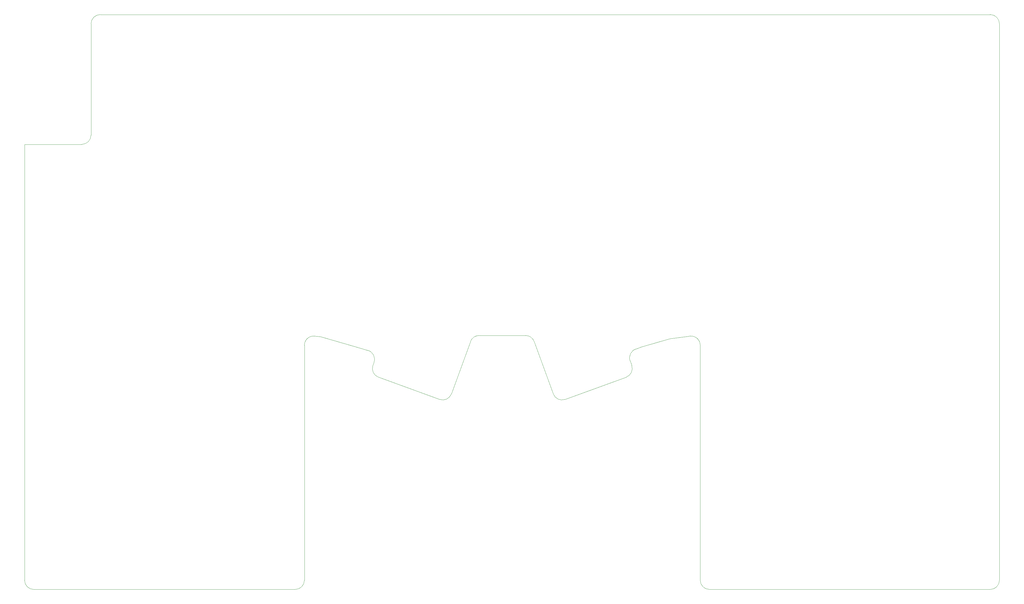
<source format=gm1>
G04 #@! TF.GenerationSoftware,KiCad,Pcbnew,(6.0.7-1)-1*
G04 #@! TF.CreationDate,2022-08-16T19:54:09+02:00*
G04 #@! TF.ProjectId,keychron-optical-keyboard,6b657963-6872-46f6-9e2d-6f7074696361,rev?*
G04 #@! TF.SameCoordinates,Original*
G04 #@! TF.FileFunction,Profile,NP*
%FSLAX46Y46*%
G04 Gerber Fmt 4.6, Leading zero omitted, Abs format (unit mm)*
G04 Created by KiCad (PCBNEW (6.0.7-1)-1) date 2022-08-16 19:54:09*
%MOMM*%
%LPD*%
G01*
G04 APERTURE LIST*
G04 #@! TA.AperFunction,Profile*
%ADD10C,0.100000*%
G04 #@! TD*
G04 APERTURE END LIST*
D10*
X295500000Y-172500000D02*
G75*
G03*
X298500000Y-169500000I0J3000000D01*
G01*
X201750000Y-93500000D02*
X201750000Y-113500000D01*
X73750000Y-169500000D02*
X73750000Y-116500000D01*
X177796325Y-103826361D02*
G75*
G03*
X179589359Y-99981269I-1026025J2819061D01*
G01*
X201750000Y-113500000D02*
X201750000Y-116500000D01*
X7750000Y13500000D02*
X295500000Y13500000D01*
X-16750000Y-169500000D02*
G75*
G03*
X-13750000Y-172500000I3000001J1D01*
G01*
X90303895Y-93977032D02*
X94260494Y-95131732D01*
X77576912Y-90616215D02*
X78888913Y-90703839D01*
X97703657Y-103826408D02*
X117437202Y-111008831D01*
X-16750000Y-113500000D02*
X-16750000Y-116500000D01*
X154217641Y-109215820D02*
G75*
G03*
X158062797Y-111008831I2819059J1026020D01*
G01*
X201750000Y-169500000D02*
G75*
G03*
X204750000Y-172500000I3000000J0D01*
G01*
X148061276Y-92301354D02*
G75*
G03*
X145242218Y-90327407I-2819076J-1026046D01*
G01*
X130257781Y-90327407D02*
X145242218Y-90327407D01*
X201750000Y-93500000D02*
G75*
G03*
X197923088Y-90616215I-3000000J0D01*
G01*
X130257781Y-90327385D02*
G75*
G03*
X127438703Y-92301347I19J-3000015D01*
G01*
X191953090Y-91358478D02*
X197923088Y-90616215D01*
X77576912Y-90616215D02*
G75*
G03*
X73750000Y-93500000I-826912J-2883785D01*
G01*
X154217658Y-109215814D02*
X148061296Y-92301347D01*
X70750000Y-172500000D02*
G75*
G03*
X73750000Y-169500000I0J3000000D01*
G01*
X-13750000Y-172500000D02*
X70750000Y-172500000D01*
X204750000Y-172500000D02*
X295500000Y-172500000D01*
X78888913Y-90703839D02*
X90303895Y-93977032D01*
X177796342Y-103826408D02*
X158062797Y-111008831D01*
X298500000Y-116500000D02*
X298500000Y-113500000D01*
X1750000Y-28500000D02*
G75*
G03*
X4750000Y-25500000I0J3000000D01*
G01*
X179589359Y-99981270D02*
X179076329Y-98571731D01*
X73750000Y-113500000D02*
X73750000Y-93500000D01*
X298500000Y10500000D02*
G75*
G03*
X295500000Y13500000I-3000000J0D01*
G01*
X-16750000Y-28500000D02*
X-16750000Y-113500000D01*
X-16750000Y-116500000D02*
X-16750000Y-169500000D01*
X181068495Y-94661886D02*
X182821104Y-93977032D01*
X73750000Y-116500000D02*
X73750000Y-113500000D01*
X298500000Y-169500000D02*
X298500000Y-116500000D01*
X95910594Y-99981252D02*
G75*
G03*
X97703657Y-103826408I2819106J-1026048D01*
G01*
X201750000Y-116500000D02*
X201750000Y-169500000D01*
X121282341Y-109215814D02*
X127438703Y-92301347D01*
X117437209Y-111008812D02*
G75*
G03*
X121282341Y-109215814I1026091J2819012D01*
G01*
X182821104Y-93977032D02*
X191953090Y-91358478D01*
X181068507Y-94661927D02*
G75*
G03*
X179076329Y-98571731I826893J-2883773D01*
G01*
X4750000Y10500000D02*
X4750000Y-25500000D01*
X1750000Y-28500000D02*
X-16750000Y-28500000D01*
X7750000Y13500000D02*
G75*
G03*
X4750000Y10500000I0J-3000000D01*
G01*
X96252651Y-99041574D02*
G75*
G03*
X94260494Y-95131732I-2819051J1026074D01*
G01*
X298500000Y-113500000D02*
X298500000Y10500000D01*
X95910640Y-99981270D02*
X96252660Y-99041577D01*
M02*

</source>
